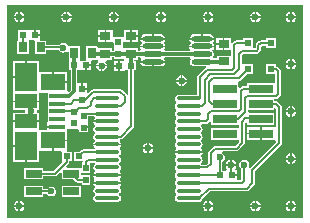
<source format=gtl>
%FSAX44Y44*%
%MOMM*%
G71*
G01*
G75*
G04 Layer_Physical_Order=1*
G04 Layer_Color=255*
%ADD10R,2.0320X0.7620*%
%ADD11R,0.6000X0.6000*%
%ADD12O,1.8000X0.4500*%
%ADD13R,0.5000X0.6000*%
%ADD14R,0.9000X0.7000*%
%ADD15R,0.6000X0.5000*%
%ADD16R,2.1000X1.4750*%
%ADD17R,1.3800X0.4500*%
%ADD18R,1.9000X2.3750*%
%ADD19R,1.9000X1.1750*%
%ADD20R,0.7000X0.9000*%
%ADD21R,1.4000X0.7000*%
%ADD22O,2.1000X0.3500*%
%ADD23C,0.2000*%
%ADD24C,0.3000*%
%ADD25C,0.6000*%
G36*
X00504000Y00254000D02*
X00254000D01*
X00254000Y00254000D01*
Y00434000D01*
X00504000D01*
Y00254000D01*
D02*
G37*
%LPC*%
G36*
X00463250Y00263250D02*
X00459560D01*
X00459616Y00262825D01*
X00460069Y00261731D01*
X00460791Y00260791D01*
X00461731Y00260069D01*
X00462825Y00259616D01*
X00463250Y00259560D01*
Y00263250D01*
D02*
G37*
G36*
X00280750Y00351625D02*
X00258750D01*
Y00345000D01*
X00268521D01*
X00268974Y00344000D01*
X00268521Y00343000D01*
X00258750D01*
Y00336375D01*
X00280750D01*
Y00343000D01*
X00279479D01*
X00279026Y00344000D01*
X00279479Y00345000D01*
X00280750D01*
Y00345000D01*
Y00351625D01*
D02*
G37*
G36*
X00400750Y00369250D02*
X00397060D01*
X00397116Y00368825D01*
X00397569Y00367731D01*
X00398291Y00366791D01*
X00399231Y00366069D01*
X00400325Y00365616D01*
X00400750Y00365560D01*
Y00369250D01*
D02*
G37*
G36*
X00304750Y00377500D02*
X00293500D01*
Y00369375D01*
X00304750D01*
Y00377500D01*
D02*
G37*
G36*
X00405940Y00369250D02*
X00402250D01*
Y00365560D01*
X00402675Y00365616D01*
X00403769Y00366069D01*
X00404710Y00366791D01*
X00405431Y00367731D01*
X00405884Y00368825D01*
X00405940Y00369250D01*
D02*
G37*
G36*
X00494750Y00348440D02*
Y00344750D01*
X00498440D01*
X00498384Y00345175D01*
X00497931Y00346269D01*
X00497209Y00347209D01*
X00496269Y00347931D01*
X00495175Y00348384D01*
X00494750Y00348440D01*
D02*
G37*
G36*
X00468440Y00263250D02*
X00464750D01*
Y00259560D01*
X00465175Y00259616D01*
X00466269Y00260069D01*
X00467210Y00260791D01*
X00467931Y00261731D01*
X00468384Y00262825D01*
X00468440Y00263250D01*
D02*
G37*
G36*
X00493250D02*
X00489560D01*
X00489616Y00262825D01*
X00490069Y00261731D01*
X00490791Y00260791D01*
X00491731Y00260069D01*
X00492825Y00259616D01*
X00493250Y00259560D01*
Y00263250D01*
D02*
G37*
G36*
Y00343250D02*
X00489560D01*
X00489616Y00342825D01*
X00490069Y00341731D01*
X00490791Y00340791D01*
X00491731Y00340069D01*
X00492825Y00339616D01*
X00493250Y00339560D01*
Y00343250D01*
D02*
G37*
G36*
Y00348440D02*
X00492825Y00348384D01*
X00491731Y00347931D01*
X00490791Y00347209D01*
X00490069Y00346269D01*
X00489616Y00345175D01*
X00489560Y00344750D01*
X00493250D01*
Y00348440D01*
D02*
G37*
G36*
X00498440Y00343250D02*
X00494750D01*
Y00339560D01*
X00495175Y00339616D01*
X00496269Y00340069D01*
X00497209Y00340791D01*
X00497931Y00341731D01*
X00498384Y00342825D01*
X00498440Y00343250D01*
D02*
G37*
G36*
X00493250Y00383250D02*
X00489560D01*
X00489616Y00382825D01*
X00490069Y00381731D01*
X00490791Y00380791D01*
X00491731Y00380069D01*
X00492825Y00379616D01*
X00493250Y00379560D01*
Y00383250D01*
D02*
G37*
G36*
X00263250Y00263250D02*
X00259560D01*
X00259616Y00262825D01*
X00260069Y00261731D01*
X00260791Y00260791D01*
X00261731Y00260069D01*
X00262825Y00259616D01*
X00263250Y00259560D01*
Y00263250D01*
D02*
G37*
G36*
X00498440Y00383250D02*
X00494750D01*
Y00379560D01*
X00495175Y00379616D01*
X00496269Y00380069D01*
X00497209Y00380791D01*
X00497931Y00381731D01*
X00498384Y00382825D01*
X00498440Y00383250D01*
D02*
G37*
G36*
X00387434Y00385250D02*
X00377750D01*
Y00382218D01*
X00383750D01*
X00384729Y00382347D01*
X00385641Y00382724D01*
X00386424Y00383326D01*
X00387026Y00384109D01*
X00387403Y00385021D01*
X00387434Y00385250D01*
D02*
G37*
G36*
X00376250D02*
X00366566D01*
X00366596Y00385021D01*
X00366974Y00384109D01*
X00367575Y00383326D01*
X00368359Y00382724D01*
X00369271Y00382347D01*
X00370250Y00382218D01*
X00376250D01*
Y00385250D01*
D02*
G37*
G36*
X00268440Y00263250D02*
X00264750D01*
Y00259560D01*
X00265175Y00259616D01*
X00266269Y00260069D01*
X00267209Y00260791D01*
X00267931Y00261731D01*
X00268384Y00262825D01*
X00268440Y00263250D01*
D02*
G37*
G36*
X00402250Y00374440D02*
Y00370750D01*
X00405940D01*
X00405884Y00371175D01*
X00405431Y00372269D01*
X00404710Y00373209D01*
X00403769Y00373931D01*
X00402675Y00374384D01*
X00402250Y00374440D01*
D02*
G37*
G36*
X00400750D02*
X00400325Y00374384D01*
X00399231Y00373931D01*
X00398291Y00373209D01*
X00397569Y00372269D01*
X00397116Y00371175D01*
X00397060Y00370750D01*
X00400750D01*
Y00374440D01*
D02*
G37*
G36*
X00269000Y00386500D02*
X00258750D01*
Y00373875D01*
X00269000D01*
Y00386500D01*
D02*
G37*
G36*
X00423250Y00263250D02*
X00419560D01*
X00419616Y00262825D01*
X00420069Y00261731D01*
X00420790Y00260791D01*
X00421731Y00260069D01*
X00422825Y00259616D01*
X00423250Y00259560D01*
Y00263250D01*
D02*
G37*
G36*
X00428440D02*
X00424750D01*
Y00259560D01*
X00425175Y00259616D01*
X00426269Y00260069D01*
X00427209Y00260791D01*
X00427931Y00261731D01*
X00428384Y00262825D01*
X00428440Y00263250D01*
D02*
G37*
G36*
X00373750Y00317190D02*
Y00313500D01*
X00377440D01*
X00377384Y00313925D01*
X00376931Y00315019D01*
X00376209Y00315959D01*
X00375269Y00316681D01*
X00374175Y00317134D01*
X00373750Y00317190D01*
D02*
G37*
G36*
X00350429Y00282750D02*
X00326571D01*
X00326584Y00282652D01*
X00326911Y00281861D01*
X00327432Y00281182D01*
X00327875Y00280842D01*
X00327875Y00279342D01*
X00327610Y00279140D01*
X00327130Y00278513D01*
X00326827Y00277783D01*
X00326724Y00277000D01*
X00326827Y00276217D01*
X00327130Y00275487D01*
X00327610Y00274860D01*
X00328080Y00274500D01*
Y00273000D01*
X00327610Y00272640D01*
X00327130Y00272013D01*
X00326827Y00271283D01*
X00326724Y00270500D01*
X00326827Y00269717D01*
X00327130Y00268987D01*
X00327610Y00268360D01*
X00328237Y00267880D01*
X00328967Y00267577D01*
X00329750Y00267474D01*
X00347250D01*
X00348033Y00267577D01*
X00348763Y00267880D01*
X00349390Y00268360D01*
X00349870Y00268987D01*
X00350173Y00269717D01*
X00350276Y00270500D01*
X00350173Y00271283D01*
X00349870Y00272013D01*
X00349390Y00272640D01*
X00348920Y00273000D01*
Y00274500D01*
X00349390Y00274860D01*
X00349870Y00275487D01*
X00350173Y00276217D01*
X00350276Y00277000D01*
X00350173Y00277783D01*
X00349870Y00278513D01*
X00349390Y00279140D01*
X00349125Y00279342D01*
X00349125Y00280842D01*
X00349568Y00281182D01*
X00350089Y00281861D01*
X00350416Y00282652D01*
X00350429Y00282750D01*
D02*
G37*
G36*
X00494750Y00268440D02*
Y00264750D01*
X00498440D01*
X00498384Y00265175D01*
X00497931Y00266269D01*
X00497209Y00267209D01*
X00496269Y00267931D01*
X00495175Y00268384D01*
X00494750Y00268440D01*
D02*
G37*
G36*
X00316500Y00281000D02*
X00300000D01*
Y00271500D01*
X00316500D01*
Y00281000D01*
D02*
G37*
G36*
X00350429Y00289250D02*
X00326571D01*
X00326584Y00289152D01*
X00326911Y00288361D01*
X00327432Y00287682D01*
X00327669Y00287500D01*
Y00286000D01*
X00327432Y00285818D01*
X00326911Y00285139D01*
X00326584Y00284348D01*
X00326571Y00284250D01*
X00350429D01*
X00350416Y00284348D01*
X00350089Y00285139D01*
X00349568Y00285818D01*
X00349331Y00286000D01*
Y00287500D01*
X00349568Y00287682D01*
X00350089Y00288361D01*
X00350416Y00289152D01*
X00350429Y00289250D01*
D02*
G37*
G36*
X00284500Y00281000D02*
X00268000D01*
Y00271500D01*
X00284500D01*
Y00273956D01*
X00287403D01*
X00287969Y00273219D01*
X00288857Y00272538D01*
X00289890Y00272109D01*
X00291000Y00271963D01*
X00292110Y00272109D01*
X00293143Y00272538D01*
X00294031Y00273219D01*
X00294712Y00274107D01*
X00295141Y00275140D01*
X00295287Y00276250D01*
X00295141Y00277360D01*
X00294712Y00278393D01*
X00294031Y00279281D01*
X00293143Y00279962D01*
X00292110Y00280391D01*
X00291000Y00280537D01*
X00289890Y00280391D01*
X00288857Y00279962D01*
X00287969Y00279281D01*
X00287403Y00278544D01*
X00284500D01*
Y00281000D01*
D02*
G37*
G36*
X00493250Y00268440D02*
X00492825Y00268384D01*
X00491731Y00267931D01*
X00490791Y00267209D01*
X00490069Y00266269D01*
X00489616Y00265175D01*
X00489560Y00264750D01*
X00493250D01*
Y00268440D01*
D02*
G37*
G36*
X00423250D02*
X00422825Y00268384D01*
X00421731Y00267931D01*
X00420790Y00267209D01*
X00420069Y00266269D01*
X00419616Y00265175D01*
X00419560Y00264750D01*
X00423250D01*
Y00268440D01*
D02*
G37*
G36*
X00264750D02*
Y00264750D01*
X00268440D01*
X00268384Y00265175D01*
X00267931Y00266269D01*
X00267209Y00267209D01*
X00266269Y00267931D01*
X00265175Y00268384D01*
X00264750Y00268440D01*
D02*
G37*
G36*
X00424750D02*
Y00264750D01*
X00428440D01*
X00428384Y00265175D01*
X00427931Y00266269D01*
X00427209Y00267209D01*
X00426269Y00267931D01*
X00425175Y00268384D01*
X00424750Y00268440D01*
D02*
G37*
G36*
X00464750D02*
Y00264750D01*
X00468440D01*
X00468384Y00265175D01*
X00467931Y00266269D01*
X00467210Y00267209D01*
X00466269Y00267931D01*
X00465175Y00268384D01*
X00464750Y00268440D01*
D02*
G37*
G36*
X00463250D02*
X00462825Y00268384D01*
X00461731Y00267931D01*
X00460791Y00267209D01*
X00460069Y00266269D01*
X00459616Y00265175D01*
X00459560Y00264750D01*
X00463250D01*
Y00268440D01*
D02*
G37*
G36*
X00494750Y00308440D02*
Y00304750D01*
X00498440D01*
X00498384Y00305175D01*
X00497931Y00306269D01*
X00497209Y00307209D01*
X00496269Y00307931D01*
X00495175Y00308384D01*
X00494750Y00308440D01*
D02*
G37*
G36*
X00493250D02*
X00492825Y00308384D01*
X00491731Y00307931D01*
X00490791Y00307209D01*
X00490069Y00306269D01*
X00489616Y00305175D01*
X00489560Y00304750D01*
X00493250D01*
Y00308440D01*
D02*
G37*
G36*
X00372250Y00312000D02*
X00368560D01*
X00368616Y00311575D01*
X00369069Y00310481D01*
X00369790Y00309541D01*
X00370731Y00308819D01*
X00371825Y00308366D01*
X00372250Y00308310D01*
Y00312000D01*
D02*
G37*
G36*
Y00317190D02*
X00371825Y00317134D01*
X00370731Y00316681D01*
X00369790Y00315959D01*
X00369069Y00315019D01*
X00368616Y00313925D01*
X00368560Y00313500D01*
X00372250D01*
Y00317190D01*
D02*
G37*
G36*
X00377440Y00312000D02*
X00373750D01*
Y00308310D01*
X00374175Y00308366D01*
X00375269Y00308819D01*
X00376209Y00309541D01*
X00376931Y00310481D01*
X00377384Y00311575D01*
X00377440Y00312000D01*
D02*
G37*
G36*
X00269000Y00314125D02*
X00258750D01*
Y00301500D01*
X00269000D01*
Y00314125D01*
D02*
G37*
G36*
X00263250Y00268440D02*
X00262825Y00268384D01*
X00261731Y00267931D01*
X00260791Y00267209D01*
X00260069Y00266269D01*
X00259616Y00265175D01*
X00259560Y00264750D01*
X00263250D01*
Y00268440D01*
D02*
G37*
G36*
X00304750Y00318625D02*
X00293500D01*
Y00310500D01*
X00299250D01*
X00300000Y00309750D01*
X00300000Y00309439D01*
X00300000Y00309439D01*
X00300000D01*
Y00302250D01*
X00300046D01*
X00300620Y00300864D01*
X00293300Y00293544D01*
X00284500D01*
Y00296000D01*
X00268000D01*
Y00286500D01*
X00284500D01*
Y00288956D01*
X00294250D01*
X00295128Y00289131D01*
X00295872Y00289628D01*
X00298614Y00292370D01*
X00300000Y00291796D01*
Y00286500D01*
X00309756D01*
X00311878Y00284378D01*
X00312622Y00283881D01*
X00312768Y00283852D01*
X00313500Y00283706D01*
X00316750D01*
Y00281750D01*
X00324250D01*
Y00290250D01*
X00316750D01*
D01*
X00316750D01*
X00316500Y00290500D01*
Y00291750D01*
X00316500D01*
X00316750D01*
X00317561Y00291750D01*
X00317561Y00291750D01*
Y00291750D01*
X00324250D01*
Y00300250D01*
D01*
Y00300250D01*
X00324706Y00300706D01*
X00327812D01*
X00328080Y00300500D01*
Y00299000D01*
X00327610Y00298640D01*
X00327130Y00298013D01*
X00326827Y00297283D01*
X00326724Y00296500D01*
X00326827Y00295717D01*
X00327130Y00294987D01*
X00327610Y00294360D01*
X00327875Y00294158D01*
X00327875Y00292658D01*
X00327432Y00292318D01*
X00326911Y00291639D01*
X00326584Y00290848D01*
X00326571Y00290750D01*
X00350429D01*
X00350416Y00290848D01*
X00350089Y00291639D01*
X00349568Y00292318D01*
X00349125Y00292658D01*
X00349125Y00294158D01*
X00349390Y00294360D01*
X00349870Y00294987D01*
X00350173Y00295717D01*
X00350276Y00296500D01*
X00350173Y00297283D01*
X00349870Y00298013D01*
X00349390Y00298640D01*
X00348920Y00299000D01*
Y00300500D01*
X00349390Y00300860D01*
X00349870Y00301487D01*
X00350173Y00302217D01*
X00350276Y00303000D01*
X00350173Y00303783D01*
X00349870Y00304513D01*
X00349390Y00305140D01*
X00348920Y00305500D01*
X00348920Y00307000D01*
X00349390Y00307360D01*
X00349870Y00307987D01*
X00350173Y00308717D01*
X00350276Y00309500D01*
X00350173Y00310283D01*
X00349870Y00311013D01*
X00349390Y00311640D01*
X00349125Y00311842D01*
Y00313342D01*
X00349568Y00313682D01*
X00350089Y00314361D01*
X00350416Y00315152D01*
X00350429Y00315250D01*
X00326571D01*
X00326584Y00315152D01*
X00326911Y00314361D01*
X00327432Y00313682D01*
X00327875Y00313342D01*
Y00312723D01*
X00327559Y00311794D01*
X00317750D01*
X00316872Y00311619D01*
X00316128Y00311122D01*
X00314756Y00309750D01*
X00310000D01*
Y00302250D01*
X00317272D01*
X00317801Y00301606D01*
X00317160Y00300250D01*
X00316750D01*
Y00296250D01*
X00316500Y00296000D01*
X00315689Y00296000D01*
X00315689Y00296000D01*
Y00296000D01*
X00304204D01*
X00303630Y00297386D01*
X00305872Y00299628D01*
X00306369Y00300372D01*
X00306544Y00301250D01*
Y00302250D01*
X00308500D01*
Y00309750D01*
X00304750D01*
Y00309750D01*
Y00310500D01*
X00304750Y00310811D01*
X00304750Y00310811D01*
X00304750D01*
Y00318625D01*
D02*
G37*
G36*
X00498440Y00263250D02*
X00494750D01*
Y00259560D01*
X00495175Y00259616D01*
X00496269Y00260069D01*
X00497209Y00260791D01*
X00497931Y00261731D01*
X00498384Y00262825D01*
X00498440Y00263250D01*
D02*
G37*
G36*
Y00303250D02*
X00494750D01*
Y00299560D01*
X00495175Y00299616D01*
X00496269Y00300069D01*
X00497209Y00300791D01*
X00497931Y00301731D01*
X00498384Y00302825D01*
X00498440Y00303250D01*
D02*
G37*
G36*
X00493250D02*
X00489560D01*
X00489616Y00302825D01*
X00490069Y00301731D01*
X00490791Y00300791D01*
X00491731Y00300069D01*
X00492825Y00299616D01*
X00493250Y00299560D01*
Y00303250D01*
D02*
G37*
G36*
X00468440Y00423250D02*
X00464750D01*
Y00419560D01*
X00465175Y00419616D01*
X00466269Y00420069D01*
X00467210Y00420790D01*
X00467931Y00421731D01*
X00468384Y00422825D01*
X00468440Y00423250D01*
D02*
G37*
G36*
X00463250D02*
X00459560D01*
X00459616Y00422825D01*
X00460069Y00421731D01*
X00460791Y00420790D01*
X00461731Y00420069D01*
X00462825Y00419616D01*
X00463250Y00419560D01*
Y00423250D01*
D02*
G37*
G36*
X00493250D02*
X00489560D01*
X00489616Y00422825D01*
X00490069Y00421731D01*
X00490791Y00420790D01*
X00491731Y00420069D01*
X00492825Y00419616D01*
X00493250Y00419560D01*
Y00423250D01*
D02*
G37*
G36*
X00263250Y00428440D02*
X00262825Y00428384D01*
X00261731Y00427931D01*
X00260791Y00427209D01*
X00260069Y00426269D01*
X00259616Y00425175D01*
X00259560Y00424750D01*
X00263250D01*
Y00428440D01*
D02*
G37*
G36*
X00498440Y00423250D02*
X00494750D01*
Y00419560D01*
X00495175Y00419616D01*
X00496269Y00420069D01*
X00497209Y00420790D01*
X00497931Y00421731D01*
X00498384Y00422825D01*
X00498440Y00423250D01*
D02*
G37*
G36*
X00428440D02*
X00424750D01*
Y00419560D01*
X00425175Y00419616D01*
X00426269Y00420069D01*
X00427209Y00420790D01*
X00427931Y00421731D01*
X00428384Y00422825D01*
X00428440Y00423250D01*
D02*
G37*
G36*
X00348440D02*
X00344750D01*
Y00419560D01*
X00345175Y00419616D01*
X00346269Y00420069D01*
X00347209Y00420790D01*
X00347931Y00421731D01*
X00348384Y00422825D01*
X00348440Y00423250D01*
D02*
G37*
G36*
X00343250D02*
X00339560D01*
X00339616Y00422825D01*
X00340069Y00421731D01*
X00340791Y00420790D01*
X00341731Y00420069D01*
X00342825Y00419616D01*
X00343250Y00419560D01*
Y00423250D01*
D02*
G37*
G36*
X00383250D02*
X00379560D01*
X00379616Y00422825D01*
X00380069Y00421731D01*
X00380791Y00420790D01*
X00381731Y00420069D01*
X00382825Y00419616D01*
X00383250Y00419560D01*
Y00423250D01*
D02*
G37*
G36*
X00423250D02*
X00419560D01*
X00419616Y00422825D01*
X00420069Y00421731D01*
X00420790Y00420790D01*
X00421731Y00420069D01*
X00422825Y00419616D01*
X00423250Y00419560D01*
Y00423250D01*
D02*
G37*
G36*
X00388440D02*
X00384750D01*
Y00419560D01*
X00385175Y00419616D01*
X00386269Y00420069D01*
X00387209Y00420790D01*
X00387931Y00421731D01*
X00388384Y00422825D01*
X00388440Y00423250D01*
D02*
G37*
G36*
X00264750Y00428440D02*
Y00424750D01*
X00268440D01*
X00268384Y00425175D01*
X00267931Y00426269D01*
X00267209Y00427209D01*
X00266269Y00427931D01*
X00265175Y00428384D01*
X00264750Y00428440D01*
D02*
G37*
G36*
X00424750D02*
Y00424750D01*
X00428440D01*
X00428384Y00425175D01*
X00427931Y00426269D01*
X00427209Y00427209D01*
X00426269Y00427931D01*
X00425175Y00428384D01*
X00424750Y00428440D01*
D02*
G37*
G36*
X00423250D02*
X00422825Y00428384D01*
X00421731Y00427931D01*
X00420790Y00427209D01*
X00420069Y00426269D01*
X00419616Y00425175D01*
X00419560Y00424750D01*
X00423250D01*
Y00428440D01*
D02*
G37*
G36*
X00463250D02*
X00462825Y00428384D01*
X00461731Y00427931D01*
X00460791Y00427209D01*
X00460069Y00426269D01*
X00459616Y00425175D01*
X00459560Y00424750D01*
X00463250D01*
Y00428440D01*
D02*
G37*
G36*
X00493250D02*
X00492825Y00428384D01*
X00491731Y00427931D01*
X00490791Y00427209D01*
X00490069Y00426269D01*
X00489616Y00425175D01*
X00489560Y00424750D01*
X00493250D01*
Y00428440D01*
D02*
G37*
G36*
X00464750D02*
Y00424750D01*
X00468440D01*
X00468384Y00425175D01*
X00467931Y00426269D01*
X00467210Y00427209D01*
X00466269Y00427931D01*
X00465175Y00428384D01*
X00464750Y00428440D01*
D02*
G37*
G36*
X00384750D02*
Y00424750D01*
X00388440D01*
X00388384Y00425175D01*
X00387931Y00426269D01*
X00387209Y00427209D01*
X00386269Y00427931D01*
X00385175Y00428384D01*
X00384750Y00428440D01*
D02*
G37*
G36*
X00304750D02*
Y00424750D01*
X00308440D01*
X00308384Y00425175D01*
X00307931Y00426269D01*
X00307209Y00427209D01*
X00306269Y00427931D01*
X00305175Y00428384D01*
X00304750Y00428440D01*
D02*
G37*
G36*
X00303250D02*
X00302825Y00428384D01*
X00301731Y00427931D01*
X00300791Y00427209D01*
X00300069Y00426269D01*
X00299616Y00425175D01*
X00299560Y00424750D01*
X00303250D01*
Y00428440D01*
D02*
G37*
G36*
X00343250D02*
X00342825Y00428384D01*
X00341731Y00427931D01*
X00340791Y00427209D01*
X00340069Y00426269D01*
X00339616Y00425175D01*
X00339560Y00424750D01*
X00343250D01*
Y00428440D01*
D02*
G37*
G36*
X00383250D02*
X00382825Y00428384D01*
X00381731Y00427931D01*
X00380791Y00427209D01*
X00380069Y00426269D01*
X00379616Y00425175D01*
X00379560Y00424750D01*
X00383250D01*
Y00428440D01*
D02*
G37*
G36*
X00344750D02*
Y00424750D01*
X00348440D01*
X00348384Y00425175D01*
X00347931Y00426269D01*
X00347209Y00427209D01*
X00346269Y00427931D01*
X00345175Y00428384D01*
X00344750Y00428440D01*
D02*
G37*
G36*
X00436250Y00406250D02*
X00431000D01*
Y00402000D01*
X00436250D01*
Y00406250D01*
D02*
G37*
G36*
X00428934Y00404750D02*
X00408066D01*
X00408097Y00404521D01*
X00408474Y00403609D01*
X00409076Y00402826D01*
Y00401674D01*
X00408474Y00400891D01*
X00408097Y00399979D01*
X00408066Y00399750D01*
X00428934D01*
X00428904Y00399979D01*
X00428526Y00400891D01*
X00427924Y00401674D01*
Y00402826D01*
X00428526Y00403609D01*
X00428904Y00404521D01*
X00428934Y00404750D01*
D02*
G37*
G36*
X00364750Y00406750D02*
X00359500D01*
Y00402500D01*
X00364750D01*
Y00406750D01*
D02*
G37*
G36*
X00376250Y00409282D02*
X00370250D01*
X00369271Y00409154D01*
X00368359Y00408776D01*
X00367575Y00408175D01*
X00366974Y00407391D01*
X00366596Y00406479D01*
X00366566Y00406250D01*
X00376250D01*
Y00409282D01*
D02*
G37*
G36*
X00336250Y00406750D02*
X00331000D01*
Y00402500D01*
X00336250D01*
Y00406750D01*
D02*
G37*
G36*
X00387434Y00404750D02*
X00366566D01*
X00366596Y00404521D01*
X00366974Y00403609D01*
X00367575Y00402826D01*
Y00401674D01*
X00366974Y00400891D01*
X00366596Y00399979D01*
X00366566Y00399750D01*
X00387434D01*
X00387403Y00399979D01*
X00387026Y00400891D01*
X00386424Y00401674D01*
Y00402826D01*
X00387026Y00403609D01*
X00387403Y00404521D01*
X00387434Y00404750D01*
D02*
G37*
G36*
X00493250Y00388440D02*
X00492825Y00388384D01*
X00491731Y00387931D01*
X00490791Y00387209D01*
X00490069Y00386269D01*
X00489616Y00385175D01*
X00489560Y00384750D01*
X00493250D01*
Y00388440D01*
D02*
G37*
G36*
X00494750Y00428440D02*
Y00424750D01*
X00498440D01*
X00498384Y00425175D01*
X00497931Y00426269D01*
X00497209Y00427209D01*
X00496269Y00427931D01*
X00495175Y00428384D01*
X00494750Y00428440D01*
D02*
G37*
G36*
Y00388440D02*
Y00384750D01*
X00498440D01*
X00498384Y00385175D01*
X00497931Y00386269D01*
X00497209Y00387209D01*
X00496269Y00387931D01*
X00495175Y00388384D01*
X00494750Y00388440D01*
D02*
G37*
G36*
X00276500Y00412750D02*
X00272750D01*
Y00412500D01*
X00271500D01*
Y00412500D01*
X00263000D01*
Y00405000D01*
X00263000D01*
Y00404500D01*
X00262500Y00404000D01*
X00262500D01*
Y00392500D01*
X00272000D01*
Y00404000D01*
X00272000D01*
Y00404500D01*
X00272250Y00404750D01*
X00272750D01*
D01*
D01*
X00272750D01*
Y00404750D01*
X00276750D01*
X00277500Y00404000D01*
X00277500Y00403689D01*
X00277500Y00403689D01*
X00277500D01*
Y00392500D01*
X00287000D01*
Y00395956D01*
X00297496D01*
X00297538Y00395857D01*
X00298219Y00394969D01*
X00299107Y00394288D01*
X00300140Y00393859D01*
X00301250Y00393713D01*
X00302360Y00393859D01*
X00303393Y00394288D01*
X00304281Y00394969D01*
X00304330Y00395032D01*
X00305750Y00394550D01*
Y00387750D01*
X00306250D01*
Y00386750D01*
X00306250D01*
Y00379250D01*
X00307726D01*
Y00362399D01*
X00306136Y00360808D01*
X00304750Y00361382D01*
Y00367875D01*
X00292750D01*
Y00368625D01*
X00292000D01*
Y00377500D01*
X00281811D01*
D01*
D01*
D01*
X00281811Y00377500D01*
Y00377500D01*
X00280750Y00377500D01*
D01*
X00280750D01*
Y00386500D01*
X00270500D01*
Y00373125D01*
X00269750D01*
Y00372375D01*
X00258750D01*
Y00360811D01*
X00258750Y00360811D01*
X00258750D01*
X00258750Y00359750D01*
Y00359750D01*
Y00359750D01*
X00258750Y00358689D01*
X00258750Y00358689D01*
X00258750D01*
Y00353125D01*
X00280750D01*
Y00359750D01*
D01*
X00281811Y00359750D01*
X00281811Y00359750D01*
Y00359750D01*
X00288200D01*
Y00353500D01*
Y00347000D01*
Y00340500D01*
Y00334750D01*
X00287950D01*
Y00331750D01*
X00296350D01*
Y00330250D01*
X00287950D01*
Y00329311D01*
X00286889Y00328250D01*
X00280750Y00328250D01*
X00280750Y00329311D01*
X00280750Y00329311D01*
X00280750D01*
Y00334875D01*
X00258750D01*
Y00329311D01*
D01*
D01*
D01*
X00258750Y00329311D01*
X00258750D01*
X00258750Y00328250D01*
D01*
D01*
D01*
D01*
Y00328250D01*
X00258750Y00327189D01*
X00258750Y00327189D01*
X00258750D01*
D01*
D01*
D01*
Y00315625D01*
X00269750D01*
Y00314875D01*
X00270500D01*
Y00301500D01*
X00280750D01*
Y00310500D01*
X00280750Y00310500D01*
X00281811Y00310500D01*
X00281811Y00310500D01*
Y00310500D01*
X00292000D01*
Y00319375D01*
X00292750D01*
Y00320125D01*
X00304750D01*
Y00328250D01*
X00304750D01*
X00304750Y00329250D01*
X00306000D01*
Y00329250D01*
X00309250D01*
Y00333750D01*
X00310750D01*
Y00329250D01*
X00313689D01*
X00313689Y00329250D01*
Y00329250D01*
X00314000Y00329250D01*
X00314750Y00328500D01*
Y00326250D01*
X00322250D01*
Y00334750D01*
X00322250D01*
Y00335750D01*
X00322500Y00336000D01*
X00322500D01*
Y00339706D01*
X00327559D01*
X00327875Y00338777D01*
Y00338158D01*
X00327432Y00337818D01*
X00326911Y00337139D01*
X00326584Y00336348D01*
X00326571Y00336250D01*
X00338500D01*
Y00334750D01*
X00326571D01*
X00326584Y00334652D01*
X00326911Y00333861D01*
X00327432Y00333182D01*
X00327875Y00332842D01*
X00327875Y00331342D01*
X00327610Y00331140D01*
X00327130Y00330513D01*
X00326827Y00329783D01*
X00326724Y00329000D01*
X00326827Y00328217D01*
X00327130Y00327487D01*
X00327610Y00326860D01*
X00328080Y00326500D01*
Y00325000D01*
X00327610Y00324640D01*
X00327130Y00324013D01*
X00326827Y00323283D01*
X00326724Y00322500D01*
X00326827Y00321717D01*
X00327130Y00320987D01*
X00327610Y00320360D01*
X00327875Y00320158D01*
X00327875Y00318657D01*
X00327432Y00318318D01*
X00326911Y00317639D01*
X00326584Y00316848D01*
X00326571Y00316750D01*
X00350429D01*
X00350416Y00316848D01*
X00350089Y00317639D01*
X00349568Y00318318D01*
X00349125Y00318657D01*
Y00319277D01*
X00349441Y00320206D01*
X00350000D01*
X00350878Y00320381D01*
X00351622Y00320878D01*
X00360372Y00329628D01*
X00360869Y00330372D01*
X00361044Y00331250D01*
Y00378750D01*
X00363000D01*
Y00386250D01*
X00361524D01*
Y00387750D01*
X00364500D01*
Y00389726D01*
X00366687D01*
X00367350Y00388381D01*
X00366974Y00387891D01*
X00366596Y00386979D01*
X00366566Y00386750D01*
X00387434D01*
X00387403Y00386979D01*
X00387026Y00387891D01*
X00386650Y00388381D01*
X00387313Y00389726D01*
X00408310D01*
X00408847Y00389026D01*
X00409165Y00388381D01*
X00408693Y00387765D01*
X00408340Y00386914D01*
X00408220Y00386000D01*
X00408340Y00385086D01*
X00408693Y00384235D01*
X00409254Y00383504D01*
X00409985Y00382943D01*
X00410836Y00382590D01*
X00411750Y00382470D01*
X00421809D01*
X00422245Y00381034D01*
X00421628Y00380622D01*
X00415378Y00374372D01*
X00414881Y00373628D01*
X00414706Y00372750D01*
Y00358026D01*
X00398750D01*
X00397967Y00357923D01*
X00397237Y00357621D01*
X00396610Y00357140D01*
X00396129Y00356513D01*
X00395827Y00355783D01*
X00395724Y00355000D01*
X00395827Y00354217D01*
X00396129Y00353487D01*
X00396610Y00352860D01*
X00397080Y00352500D01*
Y00351000D01*
X00396610Y00350640D01*
X00396129Y00350013D01*
X00395827Y00349283D01*
X00395724Y00348500D01*
X00395827Y00347717D01*
X00396129Y00346987D01*
X00396610Y00346360D01*
X00397080Y00346000D01*
X00397080Y00344500D01*
X00396610Y00344140D01*
X00396129Y00343513D01*
X00395827Y00342783D01*
X00395724Y00342000D01*
X00395827Y00341217D01*
X00396129Y00340487D01*
X00396610Y00339860D01*
X00397080Y00339500D01*
Y00338000D01*
X00396610Y00337640D01*
X00396129Y00337013D01*
X00395827Y00336283D01*
X00395724Y00335500D01*
X00395827Y00334717D01*
X00396129Y00333987D01*
X00396610Y00333360D01*
X00397080Y00333000D01*
X00397080Y00331500D01*
X00396610Y00331140D01*
X00396129Y00330513D01*
X00395827Y00329783D01*
X00395724Y00329000D01*
X00395827Y00328217D01*
X00396129Y00327487D01*
X00396610Y00326860D01*
X00397080Y00326500D01*
Y00325000D01*
X00396610Y00324640D01*
X00396129Y00324013D01*
X00395827Y00323283D01*
X00395724Y00322500D01*
X00395827Y00321717D01*
X00396129Y00320987D01*
X00396610Y00320360D01*
X00397080Y00320000D01*
X00397080Y00318500D01*
X00396610Y00318140D01*
X00396129Y00317513D01*
X00395827Y00316783D01*
X00395724Y00316000D01*
X00395827Y00315217D01*
X00396129Y00314487D01*
X00396610Y00313860D01*
X00396875Y00313657D01*
Y00312157D01*
X00396432Y00311818D01*
X00395911Y00311139D01*
X00395584Y00310348D01*
X00395571Y00310250D01*
X00419429D01*
X00419416Y00310348D01*
X00419089Y00311139D01*
X00418568Y00311818D01*
X00418125Y00312157D01*
Y00313657D01*
X00418390Y00313860D01*
X00418871Y00314487D01*
X00419173Y00315217D01*
X00419276Y00316000D01*
X00419173Y00316783D01*
X00418871Y00317513D01*
X00418390Y00318140D01*
X00417920Y00318500D01*
X00417920Y00320000D01*
X00418390Y00320360D01*
X00418871Y00320987D01*
X00419173Y00321717D01*
X00419276Y00322500D01*
X00419173Y00323283D01*
X00418871Y00324013D01*
X00418390Y00324640D01*
X00417920Y00325000D01*
Y00326500D01*
X00418390Y00326860D01*
X00418871Y00327487D01*
X00419173Y00328217D01*
X00419276Y00329000D01*
X00419173Y00329783D01*
X00418871Y00330513D01*
X00418390Y00331140D01*
X00417920Y00331500D01*
Y00332145D01*
X00418981Y00333206D01*
X00422000D01*
X00422878Y00333381D01*
X00423622Y00333878D01*
X00425364Y00335620D01*
X00425416Y00335598D01*
X00426750Y00334707D01*
Y00332840D01*
X00449570D01*
D01*
X00449570D01*
X00450206Y00332204D01*
Y00330896D01*
X00449570Y00330260D01*
X00449145Y00330260D01*
X00449145Y00330260D01*
Y00330260D01*
X00426750D01*
Y00320140D01*
X00449145D01*
X00449145Y00320140D01*
Y00320140D01*
X00449570Y00320140D01*
X00450206Y00319504D01*
Y00317950D01*
X00447050Y00314794D01*
X00429750D01*
X00428872Y00314620D01*
X00428128Y00314122D01*
X00424378Y00310372D01*
X00423881Y00309628D01*
X00423706Y00308750D01*
Y00300200D01*
X00422300Y00298794D01*
X00418188D01*
X00417920Y00299000D01*
Y00300500D01*
X00418390Y00300860D01*
X00418871Y00301487D01*
X00419173Y00302217D01*
X00419276Y00303000D01*
X00419173Y00303783D01*
X00418871Y00304513D01*
X00418390Y00305140D01*
X00418125Y00305342D01*
X00418125Y00306842D01*
X00418568Y00307182D01*
X00419089Y00307861D01*
X00419416Y00308652D01*
X00419429Y00308750D01*
X00395571D01*
X00395584Y00308652D01*
X00395911Y00307861D01*
X00396432Y00307182D01*
X00396875Y00306842D01*
X00396875Y00305342D01*
X00396610Y00305140D01*
X00396129Y00304513D01*
X00395827Y00303783D01*
X00395724Y00303000D01*
X00395827Y00302217D01*
X00396129Y00301487D01*
X00396610Y00300860D01*
X00397080Y00300500D01*
Y00299000D01*
X00396610Y00298640D01*
X00396129Y00298013D01*
X00395827Y00297283D01*
X00395724Y00296500D01*
X00395827Y00295717D01*
X00396129Y00294987D01*
X00396610Y00294360D01*
X00397080Y00294000D01*
X00397080Y00292500D01*
X00396610Y00292140D01*
X00396129Y00291513D01*
X00395827Y00290783D01*
X00395724Y00290000D01*
X00395827Y00289217D01*
X00396129Y00288487D01*
X00396610Y00287860D01*
X00397080Y00287500D01*
Y00286000D01*
X00396610Y00285640D01*
X00396129Y00285013D01*
X00395827Y00284283D01*
X00395724Y00283500D01*
X00395827Y00282717D01*
X00396129Y00281987D01*
X00396610Y00281360D01*
X00397080Y00281000D01*
X00397080Y00279500D01*
X00396610Y00279140D01*
X00396129Y00278513D01*
X00395827Y00277783D01*
X00395724Y00277000D01*
X00395827Y00276217D01*
X00396129Y00275487D01*
X00396610Y00274860D01*
X00397080Y00274500D01*
Y00273000D01*
X00396610Y00272640D01*
X00396129Y00272013D01*
X00395827Y00271283D01*
X00395724Y00270500D01*
X00395827Y00269717D01*
X00396129Y00268987D01*
X00396610Y00268360D01*
X00397237Y00267880D01*
X00397967Y00267577D01*
X00398750Y00267474D01*
X00416250D01*
X00417033Y00267577D01*
X00417763Y00267880D01*
X00418390Y00268360D01*
X00418871Y00268987D01*
X00419173Y00269717D01*
X00419205Y00269960D01*
X00425450Y00276206D01*
X00456500D01*
X00457378Y00276381D01*
X00458122Y00276878D01*
X00462872Y00281628D01*
X00463369Y00282372D01*
X00463398Y00282518D01*
X00463544Y00283250D01*
Y00293550D01*
X00485622Y00315628D01*
X00486119Y00316372D01*
X00486148Y00316518D01*
X00486294Y00317250D01*
Y00348000D01*
X00486119Y00348878D01*
X00485622Y00349622D01*
X00483022Y00352222D01*
X00482278Y00352719D01*
X00481400Y00352894D01*
X00480050D01*
Y00354706D01*
X00481340D01*
X00482218Y00354880D01*
X00482962Y00355378D01*
X00484872Y00357288D01*
X00485369Y00358032D01*
X00485544Y00358910D01*
Y00378000D01*
X00485369Y00378878D01*
X00484872Y00379622D01*
X00483122Y00381372D01*
X00482378Y00381869D01*
X00481500Y00382044D01*
X00481500D01*
Y00384000D01*
X00473000D01*
Y00375500D01*
X00480956D01*
Y00368360D01*
X00480050D01*
Y00368360D01*
X00457230D01*
Y00365594D01*
X00453550D01*
X00452818Y00365448D01*
X00452672Y00365420D01*
X00451928Y00364922D01*
X00450956Y00363950D01*
X00449570Y00364524D01*
Y00368360D01*
X00449570D01*
Y00369026D01*
X00450250Y00369706D01*
X00451128Y00369880D01*
X00451872Y00370378D01*
X00456994Y00375500D01*
X00462250D01*
Y00384000D01*
X00453750D01*
Y00384000D01*
X00453605D01*
X00452544Y00385061D01*
Y00391550D01*
X00453950Y00392956D01*
X00465000D01*
X00465878Y00393131D01*
X00466622Y00393628D01*
X00468122Y00395128D01*
X00468619Y00395872D01*
X00468648Y00396018D01*
X00468794Y00396750D01*
Y00398925D01*
X00469325Y00399456D01*
X00473000D01*
Y00397500D01*
X00481500D01*
Y00406000D01*
X00473000D01*
Y00404044D01*
X00468375D01*
X00467497Y00403869D01*
X00466753Y00403372D01*
X00464878Y00401497D01*
X00464381Y00400753D01*
X00464206Y00399875D01*
Y00397700D01*
X00464050Y00397544D01*
X00462250D01*
Y00406000D01*
X00453750D01*
Y00404044D01*
X00447500D01*
X00446622Y00403869D01*
X00445878Y00403372D01*
X00444386Y00401880D01*
X00443000Y00402454D01*
Y00406250D01*
X00437750D01*
Y00401250D01*
Y00396250D01*
X00442395D01*
X00442395Y00396250D01*
Y00396250D01*
X00443000Y00396250D01*
X00443456Y00395794D01*
Y00391706D01*
X00442750Y00391000D01*
X00442395Y00391000D01*
X00442395Y00391000D01*
Y00391000D01*
X00431250D01*
Y00388774D01*
X00428690D01*
X00428153Y00389474D01*
X00427835Y00390119D01*
X00428307Y00390735D01*
X00428660Y00391586D01*
X00428780Y00392500D01*
X00428660Y00393414D01*
X00428307Y00394265D01*
X00427746Y00394996D01*
D01*
D01*
D01*
X00427746Y00394996D01*
X00427746D01*
X00427141Y00395724D01*
X00427924Y00396325D01*
X00428526Y00397109D01*
X00428904Y00398021D01*
X00428934Y00398250D01*
X00408066D01*
X00408097Y00398021D01*
X00408474Y00397109D01*
X00408850Y00396619D01*
X00408187Y00395274D01*
X00387313D01*
X00386650Y00396619D01*
X00387026Y00397109D01*
X00387403Y00398021D01*
X00387434Y00398250D01*
X00366566D01*
X00366596Y00398021D01*
X00366974Y00397109D01*
X00367350Y00396619D01*
X00366687Y00395274D01*
X00364500D01*
Y00397250D01*
X00353000D01*
Y00397250D01*
X00352311D01*
X00352000Y00397561D01*
Y00398000D01*
D01*
D01*
Y00398000D01*
X00352000D01*
Y00402500D01*
X00352000D01*
X00352750D01*
X00353061Y00402500D01*
X00353061Y00402500D01*
Y00402500D01*
X00358000D01*
Y00407500D01*
Y00412500D01*
X00352750D01*
Y00407750D01*
X00352000Y00407000D01*
X00351689Y00407000D01*
X00351689Y00407000D01*
Y00407000D01*
X00348750D01*
Y00402500D01*
X00347250D01*
Y00407000D01*
X00344061D01*
X00344061Y00407000D01*
Y00407000D01*
X00344000Y00407000D01*
X00343000Y00408000D01*
Y00412500D01*
X00337750D01*
Y00407500D01*
Y00402500D01*
X00342939D01*
X00342939Y00402500D01*
Y00402500D01*
X00343000Y00402500D01*
X00344000Y00401500D01*
Y00398000D01*
X00344250D01*
Y00396750D01*
D01*
Y00395274D01*
X00342750D01*
Y00397250D01*
X00331250D01*
D01*
X00331250D01*
X00330250Y00398250D01*
Y00399250D01*
X00320750D01*
Y00388061D01*
X00320750Y00388061D01*
X00320750D01*
X00320750Y00387750D01*
X00320000Y00387000D01*
X00316000D01*
Y00387000D01*
X00315250D01*
Y00387750D01*
D01*
D01*
Y00387750D01*
X00315250D01*
Y00399250D01*
X00306510D01*
X00306510Y00399250D01*
X00306510Y00399250D01*
X00305750Y00399250D01*
X00305750D01*
X00305332D01*
X00304962Y00400143D01*
X00304281Y00401031D01*
X00303393Y00401712D01*
X00302360Y00402141D01*
X00301250Y00402287D01*
X00300140Y00402141D01*
X00299107Y00401712D01*
X00298219Y00401031D01*
X00297845Y00400544D01*
X00287000D01*
Y00404000D01*
X00281750D01*
Y00404000D01*
Y00404750D01*
X00281750Y00405061D01*
X00281750Y00405061D01*
X00281750D01*
Y00408000D01*
X00277250D01*
Y00408750D01*
X00276500D01*
Y00412750D01*
D02*
G37*
G36*
X00436250Y00400500D02*
X00431000D01*
Y00396250D01*
X00436250D01*
Y00400500D01*
D02*
G37*
G36*
X00263250Y00423250D02*
X00259560D01*
X00259616Y00422825D01*
X00260069Y00421731D01*
X00260791Y00420790D01*
X00261731Y00420069D01*
X00262825Y00419616D01*
X00263250Y00419560D01*
Y00423250D01*
D02*
G37*
G36*
X00281750Y00412750D02*
X00278000D01*
Y00409500D01*
X00281750D01*
Y00412750D01*
D02*
G37*
G36*
X00268440Y00423250D02*
X00264750D01*
Y00419560D01*
X00265175Y00419616D01*
X00266269Y00420069D01*
X00267209Y00420790D01*
X00267931Y00421731D01*
X00268384Y00422825D01*
X00268440Y00423250D01*
D02*
G37*
G36*
X00308440D02*
X00304750D01*
Y00419560D01*
X00305175Y00419616D01*
X00306269Y00420069D01*
X00307209Y00420790D01*
X00307931Y00421731D01*
X00308384Y00422825D01*
X00308440Y00423250D01*
D02*
G37*
G36*
X00303250D02*
X00299560D01*
X00299616Y00422825D01*
X00300069Y00421731D01*
X00300791Y00420790D01*
X00301731Y00420069D01*
X00302825Y00419616D01*
X00303250Y00419560D01*
Y00423250D01*
D02*
G37*
G36*
X00383750Y00409282D02*
X00377750D01*
Y00406250D01*
X00387434D01*
X00387403Y00406479D01*
X00387026Y00407391D01*
X00386424Y00408175D01*
X00385641Y00408776D01*
X00384729Y00409154D01*
X00383750Y00409282D01*
D02*
G37*
G36*
X00417750D02*
X00411750D01*
X00410771Y00409154D01*
X00409859Y00408776D01*
X00409076Y00408175D01*
X00408474Y00407391D01*
X00408097Y00406479D01*
X00408066Y00406250D01*
X00417750D01*
Y00409282D01*
D02*
G37*
G36*
X00425250D02*
X00419250D01*
Y00406250D01*
X00428934D01*
X00428904Y00406479D01*
X00428526Y00407391D01*
X00427924Y00408175D01*
X00427141Y00408776D01*
X00426229Y00409154D01*
X00425250Y00409282D01*
D02*
G37*
G36*
X00336250Y00412500D02*
X00331000D01*
Y00408250D01*
X00336250D01*
Y00412500D01*
D02*
G37*
G36*
X00364750Y00412500D02*
X00359500D01*
Y00408250D01*
X00364750D01*
Y00412500D01*
D02*
G37*
%LPD*%
G36*
X00344250Y00388250D02*
X00351750D01*
Y00388250D01*
X00352500D01*
X00353000Y00387750D01*
X00353000Y00387750D01*
X00353000D01*
Y00387561D01*
X00351939Y00386500D01*
X00349500D01*
Y00382500D01*
Y00378500D01*
X00353250D01*
Y00378750D01*
X00354500D01*
Y00378750D01*
X00356456D01*
Y00358586D01*
X00355020Y00358150D01*
X00354872Y00358372D01*
X00351372Y00361872D01*
X00350628Y00362369D01*
X00349750Y00362544D01*
X00326500D01*
X00325622Y00362369D01*
X00324878Y00361872D01*
X00322386Y00359380D01*
X00321000Y00359954D01*
Y00362500D01*
X00317000D01*
Y00363250D01*
X00316250D01*
Y00367750D01*
X00313274D01*
Y00379250D01*
X00314750D01*
Y00379250D01*
X00315750D01*
X00316000Y00379000D01*
Y00379000D01*
X00319750D01*
Y00383000D01*
X00320500D01*
Y00383750D01*
X00325000D01*
Y00386689D01*
X00325000Y00386689D01*
X00325000D01*
X00325000Y00387000D01*
X00325750Y00387750D01*
X00330250D01*
Y00387750D01*
X00330541D01*
X00331023Y00386330D01*
X00330541Y00385960D01*
X00329819Y00385019D01*
X00329366Y00383925D01*
X00329310Y00383500D01*
X00338190D01*
X00338134Y00383925D01*
X00337681Y00385019D01*
X00337015Y00385887D01*
X00337160Y00386220D01*
X00337987Y00387298D01*
X00342750Y00387750D01*
X00342750D01*
Y00389726D01*
X00344250D01*
Y00388250D01*
D02*
G37*
G36*
X00481706Y00346082D02*
Y00330510D01*
X00480300D01*
Y00330510D01*
X00469390D01*
Y00325200D01*
Y00319890D01*
X00480300D01*
Y00319890D01*
X00480645D01*
X00481706Y00318829D01*
Y00318200D01*
X00459628Y00296122D01*
X00458304Y00296828D01*
X00458641Y00297640D01*
X00458787Y00298750D01*
X00458641Y00299860D01*
X00458212Y00300893D01*
X00457531Y00301781D01*
X00456643Y00302462D01*
X00455610Y00302891D01*
X00454500Y00303037D01*
X00453391Y00302891D01*
X00452357Y00302462D01*
X00451469Y00301781D01*
X00450788Y00300893D01*
X00450359Y00299860D01*
X00450213Y00298750D01*
X00450359Y00297640D01*
X00450788Y00296607D01*
X00451469Y00295719D01*
X00452206Y00295153D01*
Y00285950D01*
X00452050Y00285794D01*
X00448250D01*
Y00285794D01*
Y00286000D01*
X00448250Y00286855D01*
X00448250Y00286855D01*
X00448250D01*
Y00289250D01*
X00443750D01*
Y00290750D01*
X00448250D01*
Y00294000D01*
X00446785D01*
X00446303Y00295420D01*
X00446459Y00295541D01*
X00447181Y00296481D01*
X00447634Y00297575D01*
X00447690Y00298000D01*
X00438810D01*
X00438866Y00297575D01*
X00439319Y00296481D01*
X00440041Y00295541D01*
X00440197Y00295420D01*
X00439715Y00294000D01*
X00439250D01*
Y00293750D01*
X00438000D01*
Y00293750D01*
X00436044D01*
Y00301403D01*
X00436781Y00301969D01*
X00437462Y00302857D01*
X00437891Y00303890D01*
X00438037Y00305000D01*
X00437891Y00306110D01*
X00437462Y00307143D01*
X00436781Y00308031D01*
X00435893Y00308712D01*
X00435839Y00308735D01*
X00436132Y00310206D01*
X00448000D01*
X00448878Y00310381D01*
X00449622Y00310878D01*
X00454122Y00315378D01*
X00454619Y00316122D01*
X00454794Y00317000D01*
Y00334050D01*
X00455844Y00335100D01*
X00457230Y00334526D01*
Y00332840D01*
X00480050D01*
Y00342960D01*
X00460009D01*
X00457294Y00343500D01*
Y00345540D01*
X00480050D01*
Y00346746D01*
X00480459Y00346915D01*
X00481706Y00346082D01*
D02*
G37*
%LPC*%
G36*
X00338190Y00382000D02*
X00334500D01*
Y00378310D01*
X00334925Y00378366D01*
X00336019Y00378819D01*
X00336959Y00379541D01*
X00337681Y00380481D01*
X00338134Y00381575D01*
X00338190Y00382000D01*
D02*
G37*
G36*
X00333000D02*
X00329310D01*
X00329366Y00381575D01*
X00329819Y00380481D01*
X00330541Y00379541D01*
X00331481Y00378819D01*
X00332575Y00378366D01*
X00333000Y00378310D01*
Y00382000D01*
D02*
G37*
G36*
X00348000Y00381750D02*
X00344250D01*
Y00378500D01*
X00348000D01*
Y00381750D01*
D02*
G37*
G36*
Y00386500D02*
X00344250D01*
Y00383250D01*
X00348000D01*
Y00386500D01*
D02*
G37*
G36*
X00325000Y00382250D02*
X00321250D01*
Y00379000D01*
X00325000D01*
Y00382250D01*
D02*
G37*
G36*
X00444000Y00303190D02*
Y00299500D01*
X00447690D01*
X00447634Y00299925D01*
X00447181Y00301019D01*
X00446459Y00301959D01*
X00445519Y00302681D01*
X00444425Y00303134D01*
X00444000Y00303190D01*
D02*
G37*
G36*
X00442500D02*
X00442075Y00303134D01*
X00440981Y00302681D01*
X00440041Y00301959D01*
X00439319Y00301019D01*
X00438866Y00299925D01*
X00438810Y00299500D01*
X00442500D01*
Y00303190D01*
D02*
G37*
G36*
X00467890Y00324450D02*
X00456980D01*
Y00319890D01*
X00467890D01*
Y00324450D01*
D02*
G37*
G36*
X00321000Y00367750D02*
X00317750D01*
Y00364000D01*
X00321000D01*
Y00367750D01*
D02*
G37*
G36*
X00467890Y00330510D02*
X00456980D01*
Y00325950D01*
X00467890D01*
Y00330510D01*
D02*
G37*
%LPD*%
D10*
X00468640Y00325200D02*
D03*
Y00337900D02*
D03*
Y00350600D02*
D03*
Y00363300D02*
D03*
X00438160Y00325200D02*
D03*
Y00337900D02*
D03*
Y00350600D02*
D03*
Y00363300D02*
D03*
D11*
X00458000Y00401750D02*
D03*
Y00379750D02*
D03*
X00477250Y00401750D02*
D03*
Y00379750D02*
D03*
D12*
X00418500Y00386000D02*
D03*
Y00392500D02*
D03*
Y00399000D02*
D03*
Y00405500D02*
D03*
X00377000Y00386000D02*
D03*
Y00392500D02*
D03*
Y00399000D02*
D03*
Y00405500D02*
D03*
D13*
X00310000Y00343750D02*
D03*
Y00333750D02*
D03*
X00320500Y00286000D02*
D03*
Y00296000D02*
D03*
X00317000Y00353250D02*
D03*
Y00363250D02*
D03*
X00348000Y00392500D02*
D03*
Y00402500D02*
D03*
X00318750Y00330250D02*
D03*
Y00340250D02*
D03*
D14*
X00358750Y00392500D02*
D03*
Y00407500D02*
D03*
X00437000Y00386250D02*
D03*
Y00401250D02*
D03*
X00337000Y00392500D02*
D03*
Y00407500D02*
D03*
D15*
X00358750Y00382500D02*
D03*
X00348750D02*
D03*
X00433750Y00290000D02*
D03*
X00443750D02*
D03*
X00304250Y00306000D02*
D03*
X00314250D02*
D03*
X00267250Y00408750D02*
D03*
X00277250D02*
D03*
X00320500Y00383000D02*
D03*
X00310500D02*
D03*
D16*
X00292750Y00319375D02*
D03*
Y00368625D02*
D03*
D17*
X00296350Y00350500D02*
D03*
Y00357000D02*
D03*
Y00344000D02*
D03*
Y00337500D02*
D03*
Y00331000D02*
D03*
D18*
X00269750Y00373125D02*
D03*
Y00314875D02*
D03*
D19*
Y00352375D02*
D03*
Y00335625D02*
D03*
D20*
X00325500Y00393500D02*
D03*
X00310500D02*
D03*
X00282250Y00398250D02*
D03*
X00267250D02*
D03*
D21*
X00276250Y00291250D02*
D03*
X00308250D02*
D03*
Y00276250D02*
D03*
X00276250D02*
D03*
D22*
X00407500Y00270500D02*
D03*
Y00277000D02*
D03*
Y00283500D02*
D03*
Y00290000D02*
D03*
Y00296500D02*
D03*
Y00303000D02*
D03*
Y00309500D02*
D03*
Y00316000D02*
D03*
Y00322500D02*
D03*
Y00329000D02*
D03*
Y00335500D02*
D03*
Y00342000D02*
D03*
Y00348500D02*
D03*
Y00355000D02*
D03*
X00338500Y00270500D02*
D03*
Y00277000D02*
D03*
Y00283500D02*
D03*
Y00290000D02*
D03*
Y00296500D02*
D03*
Y00303000D02*
D03*
Y00309500D02*
D03*
Y00316000D02*
D03*
Y00322500D02*
D03*
Y00329000D02*
D03*
Y00335500D02*
D03*
Y00342000D02*
D03*
Y00348500D02*
D03*
Y00355000D02*
D03*
D23*
X00484000Y00317250D02*
Y00348000D01*
X00461250Y00294500D02*
X00484000Y00317250D01*
X00461250Y00283250D02*
Y00294500D01*
X00448000Y00312500D02*
X00452500Y00317000D01*
X00429750Y00312500D02*
X00448000D01*
X00426000Y00308750D02*
X00429750Y00312500D01*
X00417000Y00355000D02*
Y00372750D01*
X00417000Y00355000D02*
X00417000Y00355000D01*
X00407500Y00355000D02*
X00417000D01*
X00423250Y00379000D02*
X00443750D01*
X00417000Y00372750D02*
X00423250Y00379000D01*
X00421000Y00370750D02*
X00425500Y00375250D01*
X00421000Y00350750D02*
Y00370750D01*
X00418750Y00348500D02*
X00421000Y00350750D01*
X00425000Y00369250D02*
X00427750Y00372000D01*
X00425000Y00352500D02*
Y00369250D01*
X00466500Y00396750D02*
Y00399875D01*
X00465000Y00395250D02*
X00466500Y00396750D01*
X00453000Y00395250D02*
X00465000D01*
X00466500Y00399875D02*
X00468375Y00401750D01*
X00477250D01*
X00450250Y00392500D02*
X00453000Y00395250D01*
X00450250Y00379500D02*
Y00392500D01*
X00455000Y00355250D02*
X00456750Y00357000D01*
X00455000Y00343500D02*
Y00355250D01*
X00449400Y00337900D02*
X00455000Y00343500D01*
X00453550Y00363300D02*
X00468640D01*
X00451500Y00361250D02*
X00453550Y00363300D01*
X00451500Y00346000D02*
Y00361250D01*
X00449750Y00344250D02*
X00451500Y00346000D01*
X00426250Y00344250D02*
X00449750D01*
X00423750Y00341750D02*
X00426250Y00344250D01*
X00423750Y00337250D02*
Y00341750D01*
X00422000Y00335500D02*
X00423750Y00337250D01*
X00407500Y00335500D02*
X00422000D01*
X00456500Y00278500D02*
X00461250Y00283250D01*
X00424500Y00278500D02*
X00456500D01*
X00416500Y00270500D02*
X00424500Y00278500D01*
X00427100Y00350600D02*
X00438160D01*
X00427000Y00350500D02*
X00427100Y00350600D01*
X00425000Y00352500D02*
X00427000Y00350500D01*
X00427750Y00372000D02*
X00450250D01*
X00446000Y00375250D02*
X00450250Y00379500D01*
X00425500Y00375250D02*
X00446000D01*
X00438160Y00337900D02*
X00449400D01*
X00456750Y00357000D02*
X00481340D01*
X00483250Y00358910D01*
Y00378000D01*
X00477250Y00379750D02*
X00481500D01*
X00483250Y00378000D01*
X00468540Y00338000D02*
X00468640Y00337900D01*
X00455500Y00338000D02*
X00468540D01*
X00452500Y00335000D02*
X00455500Y00338000D01*
X00452500Y00317000D02*
Y00335000D01*
X00426000Y00299250D02*
Y00308750D01*
X00423250Y00296500D02*
X00426000Y00299250D01*
X00407500Y00296500D02*
X00423250D01*
X00481400Y00350600D02*
X00484000Y00348000D01*
X00468640Y00350600D02*
X00481400D01*
X00450250Y00372000D02*
X00458000Y00379750D01*
X00407500Y00348500D02*
X00418750D01*
X00458000Y00401750D02*
X00458000Y00401750D01*
X00447500Y00401750D02*
X00458000D01*
X00445750Y00400000D02*
X00447500Y00401750D01*
X00445750Y00381000D02*
Y00400000D01*
X00443750Y00379000D02*
X00445750Y00381000D01*
X00454500Y00285000D02*
Y00298250D01*
X00453000Y00283500D02*
X00454500Y00285000D01*
Y00298250D02*
X00454750Y00298000D01*
X00407500Y00283500D02*
X00453000D01*
X00443250Y00290500D02*
X00443750Y00290000D01*
X00443250Y00290500D02*
Y00298750D01*
X00407500Y00290000D02*
X00433750D01*
X00322500Y00303000D02*
X00338500D01*
X00320500Y00301000D02*
X00322500Y00303000D01*
X00320500Y00296000D02*
Y00301000D01*
X00294250Y00291250D02*
X00304250Y00301250D01*
Y00306000D01*
X00317750Y00309500D02*
X00338500D01*
X00314250Y00306000D02*
X00317750Y00309500D01*
X00308250Y00291250D02*
X00313500Y00286000D01*
X00320500D01*
X00407500Y00270500D02*
X00416500D01*
X00319000Y00330000D02*
X00319500Y00330500D01*
X00325500D01*
Y00334310D01*
X00326690Y00335500D01*
X00338500D01*
Y00348500D02*
X00350000D01*
X00326500Y00360250D02*
X00349750D01*
X00350000Y00348500D02*
X00353250Y00351750D01*
Y00356750D01*
X00349750Y00360250D02*
X00353250Y00356750D01*
X00278500Y00291250D02*
X00294250D01*
X00315000Y00346750D02*
X00321750D01*
X00297100Y00344000D02*
X00310000D01*
X00312000Y00343750D02*
X00315000Y00346750D01*
X00310000Y00343750D02*
X00312000D01*
X00319500Y00353250D02*
X00326500Y00360250D01*
X00317000Y00353250D02*
X00319500D01*
X00310750D02*
X00317000D01*
X00308000Y00350500D02*
X00310750Y00353250D01*
X00297100Y00350500D02*
X00308000D01*
X00350000Y00322500D02*
X00358750Y00331250D01*
Y00382500D01*
X00338500Y00322500D02*
X00350000D01*
X00319000Y00340000D02*
X00321000Y00342000D01*
X00338500D01*
X00321750Y00346750D02*
X00324750Y00349750D01*
Y00352000D01*
X00327750Y00355000D01*
X00338500D01*
X00433750Y00290000D02*
Y00305000D01*
X00276250Y00276250D02*
X00291000D01*
X00267250Y00398250D02*
Y00408750D01*
X00282250Y00398250D02*
X00301000D01*
X00301250Y00398000D01*
D24*
X00436750Y00386000D02*
X00437000Y00386250D01*
X00418500Y00386000D02*
X00436750D01*
X00377000Y00392500D02*
X00377000Y00392500D01*
X00358750Y00392500D02*
X00377000D01*
X00437000Y00364460D02*
X00438160Y00363300D01*
X00276250Y00276250D02*
X00276500Y00276000D01*
X00306250Y00357000D02*
X00310500Y00361250D01*
X00297100Y00357000D02*
X00306250D01*
X00358750Y00382500D02*
Y00392500D01*
X00348000D02*
X00358750D01*
X00348000Y00392500D02*
X00348000Y00392500D01*
X00337000Y00392500D02*
X00348000D01*
X00326500D02*
X00337000D01*
X00325500Y00393500D02*
X00326500Y00392500D01*
X00310500Y00383000D02*
Y00393500D01*
Y00361250D02*
Y00383000D01*
X00377000Y00392500D02*
X00418500D01*
D25*
X00437000Y00386250D02*
D03*
X00437500Y00363250D02*
D03*
X00468750Y00325250D02*
D03*
X00454500Y00298750D02*
D03*
X00438160Y00325200D02*
D03*
X00433750Y00305000D02*
D03*
X00292000Y00368625D02*
D03*
X00292750Y00319375D02*
D03*
X00269750Y00314875D02*
D03*
X00269000Y00373125D02*
D03*
X00264000Y00264000D02*
D03*
X00333750Y00382750D02*
D03*
X00424000Y00264000D02*
D03*
X00464000D02*
D03*
X00494000Y00304000D02*
D03*
Y00264000D02*
D03*
Y00344000D02*
D03*
Y00384000D02*
D03*
X00401500Y00370000D02*
D03*
X00373000Y00312750D02*
D03*
X00274000Y00344000D02*
D03*
X00494000Y00424000D02*
D03*
X00264000D02*
D03*
X00424000D02*
D03*
X00344000D02*
D03*
X00304000D02*
D03*
X00384000D02*
D03*
X00464000D02*
D03*
X00291000Y00276250D02*
D03*
X00301250Y00398000D02*
D03*
X00443250Y00298750D02*
D03*
M02*

</source>
